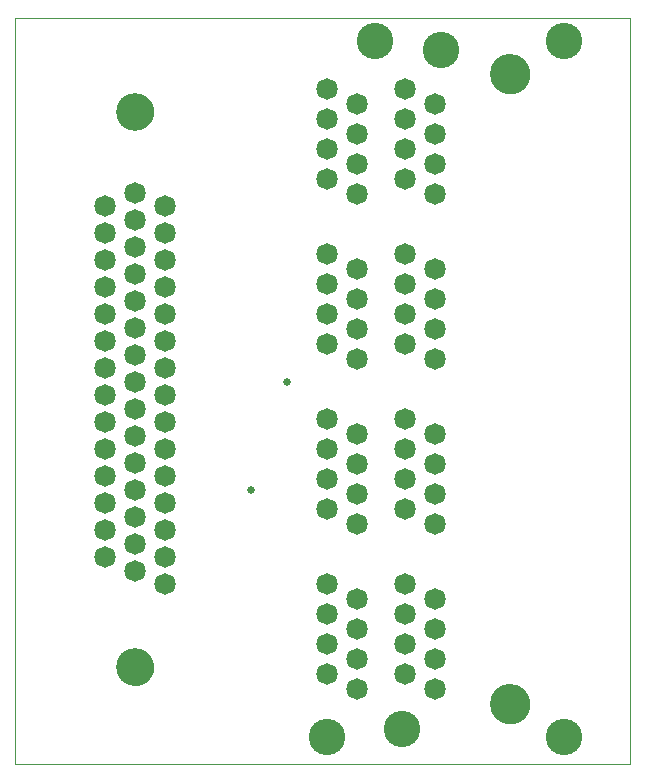
<source format=gbs>
G75*
%MOIN*%
%OFA0B0*%
%FSLAX25Y25*%
%IPPOS*%
%LPD*%
%AMOC8*
5,1,8,0,0,1.08239X$1,22.5*
%
%ADD10C,0.00000*%
%ADD11C,0.13398*%
%ADD12C,0.07178*%
%ADD13C,0.12139*%
%ADD14C,0.12611*%
%ADD15C,0.02581*%
D10*
X0030619Y0001000D02*
X0030619Y0249701D01*
X0235540Y0249701D01*
X0235540Y0001000D01*
X0030619Y0001000D01*
X0064713Y0033402D02*
X0064715Y0033555D01*
X0064721Y0033709D01*
X0064731Y0033862D01*
X0064745Y0034014D01*
X0064763Y0034167D01*
X0064785Y0034318D01*
X0064810Y0034469D01*
X0064840Y0034620D01*
X0064874Y0034770D01*
X0064911Y0034918D01*
X0064952Y0035066D01*
X0064997Y0035212D01*
X0065046Y0035358D01*
X0065099Y0035502D01*
X0065155Y0035644D01*
X0065215Y0035785D01*
X0065279Y0035925D01*
X0065346Y0036063D01*
X0065417Y0036199D01*
X0065492Y0036333D01*
X0065569Y0036465D01*
X0065651Y0036595D01*
X0065735Y0036723D01*
X0065823Y0036849D01*
X0065914Y0036972D01*
X0066008Y0037093D01*
X0066106Y0037211D01*
X0066206Y0037327D01*
X0066310Y0037440D01*
X0066416Y0037551D01*
X0066525Y0037659D01*
X0066637Y0037764D01*
X0066751Y0037865D01*
X0066869Y0037964D01*
X0066988Y0038060D01*
X0067110Y0038153D01*
X0067235Y0038242D01*
X0067362Y0038329D01*
X0067491Y0038411D01*
X0067622Y0038491D01*
X0067755Y0038567D01*
X0067890Y0038640D01*
X0068027Y0038709D01*
X0068166Y0038774D01*
X0068306Y0038836D01*
X0068448Y0038894D01*
X0068591Y0038949D01*
X0068736Y0039000D01*
X0068882Y0039047D01*
X0069029Y0039090D01*
X0069177Y0039129D01*
X0069326Y0039165D01*
X0069476Y0039196D01*
X0069627Y0039224D01*
X0069778Y0039248D01*
X0069931Y0039268D01*
X0070083Y0039284D01*
X0070236Y0039296D01*
X0070389Y0039304D01*
X0070542Y0039308D01*
X0070696Y0039308D01*
X0070849Y0039304D01*
X0071002Y0039296D01*
X0071155Y0039284D01*
X0071307Y0039268D01*
X0071460Y0039248D01*
X0071611Y0039224D01*
X0071762Y0039196D01*
X0071912Y0039165D01*
X0072061Y0039129D01*
X0072209Y0039090D01*
X0072356Y0039047D01*
X0072502Y0039000D01*
X0072647Y0038949D01*
X0072790Y0038894D01*
X0072932Y0038836D01*
X0073072Y0038774D01*
X0073211Y0038709D01*
X0073348Y0038640D01*
X0073483Y0038567D01*
X0073616Y0038491D01*
X0073747Y0038411D01*
X0073876Y0038329D01*
X0074003Y0038242D01*
X0074128Y0038153D01*
X0074250Y0038060D01*
X0074369Y0037964D01*
X0074487Y0037865D01*
X0074601Y0037764D01*
X0074713Y0037659D01*
X0074822Y0037551D01*
X0074928Y0037440D01*
X0075032Y0037327D01*
X0075132Y0037211D01*
X0075230Y0037093D01*
X0075324Y0036972D01*
X0075415Y0036849D01*
X0075503Y0036723D01*
X0075587Y0036595D01*
X0075669Y0036465D01*
X0075746Y0036333D01*
X0075821Y0036199D01*
X0075892Y0036063D01*
X0075959Y0035925D01*
X0076023Y0035785D01*
X0076083Y0035644D01*
X0076139Y0035502D01*
X0076192Y0035358D01*
X0076241Y0035212D01*
X0076286Y0035066D01*
X0076327Y0034918D01*
X0076364Y0034770D01*
X0076398Y0034620D01*
X0076428Y0034469D01*
X0076453Y0034318D01*
X0076475Y0034167D01*
X0076493Y0034014D01*
X0076507Y0033862D01*
X0076517Y0033709D01*
X0076523Y0033555D01*
X0076525Y0033402D01*
X0076523Y0033249D01*
X0076517Y0033095D01*
X0076507Y0032942D01*
X0076493Y0032790D01*
X0076475Y0032637D01*
X0076453Y0032486D01*
X0076428Y0032335D01*
X0076398Y0032184D01*
X0076364Y0032034D01*
X0076327Y0031886D01*
X0076286Y0031738D01*
X0076241Y0031592D01*
X0076192Y0031446D01*
X0076139Y0031302D01*
X0076083Y0031160D01*
X0076023Y0031019D01*
X0075959Y0030879D01*
X0075892Y0030741D01*
X0075821Y0030605D01*
X0075746Y0030471D01*
X0075669Y0030339D01*
X0075587Y0030209D01*
X0075503Y0030081D01*
X0075415Y0029955D01*
X0075324Y0029832D01*
X0075230Y0029711D01*
X0075132Y0029593D01*
X0075032Y0029477D01*
X0074928Y0029364D01*
X0074822Y0029253D01*
X0074713Y0029145D01*
X0074601Y0029040D01*
X0074487Y0028939D01*
X0074369Y0028840D01*
X0074250Y0028744D01*
X0074128Y0028651D01*
X0074003Y0028562D01*
X0073876Y0028475D01*
X0073747Y0028393D01*
X0073616Y0028313D01*
X0073483Y0028237D01*
X0073348Y0028164D01*
X0073211Y0028095D01*
X0073072Y0028030D01*
X0072932Y0027968D01*
X0072790Y0027910D01*
X0072647Y0027855D01*
X0072502Y0027804D01*
X0072356Y0027757D01*
X0072209Y0027714D01*
X0072061Y0027675D01*
X0071912Y0027639D01*
X0071762Y0027608D01*
X0071611Y0027580D01*
X0071460Y0027556D01*
X0071307Y0027536D01*
X0071155Y0027520D01*
X0071002Y0027508D01*
X0070849Y0027500D01*
X0070696Y0027496D01*
X0070542Y0027496D01*
X0070389Y0027500D01*
X0070236Y0027508D01*
X0070083Y0027520D01*
X0069931Y0027536D01*
X0069778Y0027556D01*
X0069627Y0027580D01*
X0069476Y0027608D01*
X0069326Y0027639D01*
X0069177Y0027675D01*
X0069029Y0027714D01*
X0068882Y0027757D01*
X0068736Y0027804D01*
X0068591Y0027855D01*
X0068448Y0027910D01*
X0068306Y0027968D01*
X0068166Y0028030D01*
X0068027Y0028095D01*
X0067890Y0028164D01*
X0067755Y0028237D01*
X0067622Y0028313D01*
X0067491Y0028393D01*
X0067362Y0028475D01*
X0067235Y0028562D01*
X0067110Y0028651D01*
X0066988Y0028744D01*
X0066869Y0028840D01*
X0066751Y0028939D01*
X0066637Y0029040D01*
X0066525Y0029145D01*
X0066416Y0029253D01*
X0066310Y0029364D01*
X0066206Y0029477D01*
X0066106Y0029593D01*
X0066008Y0029711D01*
X0065914Y0029832D01*
X0065823Y0029955D01*
X0065735Y0030081D01*
X0065651Y0030209D01*
X0065569Y0030339D01*
X0065492Y0030471D01*
X0065417Y0030605D01*
X0065346Y0030741D01*
X0065279Y0030879D01*
X0065215Y0031019D01*
X0065155Y0031160D01*
X0065099Y0031302D01*
X0065046Y0031446D01*
X0064997Y0031592D01*
X0064952Y0031738D01*
X0064911Y0031886D01*
X0064874Y0032034D01*
X0064840Y0032184D01*
X0064810Y0032335D01*
X0064785Y0032486D01*
X0064763Y0032637D01*
X0064745Y0032790D01*
X0064731Y0032942D01*
X0064721Y0033095D01*
X0064715Y0033249D01*
X0064713Y0033402D01*
X0189320Y0021000D02*
X0189322Y0021158D01*
X0189328Y0021316D01*
X0189338Y0021474D01*
X0189352Y0021632D01*
X0189370Y0021789D01*
X0189391Y0021946D01*
X0189417Y0022102D01*
X0189447Y0022258D01*
X0189480Y0022413D01*
X0189518Y0022566D01*
X0189559Y0022719D01*
X0189604Y0022871D01*
X0189653Y0023022D01*
X0189706Y0023171D01*
X0189762Y0023319D01*
X0189822Y0023465D01*
X0189886Y0023610D01*
X0189954Y0023753D01*
X0190025Y0023895D01*
X0190099Y0024035D01*
X0190177Y0024172D01*
X0190259Y0024308D01*
X0190343Y0024442D01*
X0190432Y0024573D01*
X0190523Y0024702D01*
X0190618Y0024829D01*
X0190715Y0024954D01*
X0190816Y0025076D01*
X0190920Y0025195D01*
X0191027Y0025312D01*
X0191137Y0025426D01*
X0191250Y0025537D01*
X0191365Y0025646D01*
X0191483Y0025751D01*
X0191604Y0025853D01*
X0191727Y0025953D01*
X0191853Y0026049D01*
X0191981Y0026142D01*
X0192111Y0026232D01*
X0192244Y0026318D01*
X0192379Y0026402D01*
X0192515Y0026481D01*
X0192654Y0026558D01*
X0192795Y0026630D01*
X0192937Y0026700D01*
X0193081Y0026765D01*
X0193227Y0026827D01*
X0193374Y0026885D01*
X0193523Y0026940D01*
X0193673Y0026991D01*
X0193824Y0027038D01*
X0193976Y0027081D01*
X0194129Y0027120D01*
X0194284Y0027156D01*
X0194439Y0027187D01*
X0194595Y0027215D01*
X0194751Y0027239D01*
X0194908Y0027259D01*
X0195066Y0027275D01*
X0195223Y0027287D01*
X0195382Y0027295D01*
X0195540Y0027299D01*
X0195698Y0027299D01*
X0195856Y0027295D01*
X0196015Y0027287D01*
X0196172Y0027275D01*
X0196330Y0027259D01*
X0196487Y0027239D01*
X0196643Y0027215D01*
X0196799Y0027187D01*
X0196954Y0027156D01*
X0197109Y0027120D01*
X0197262Y0027081D01*
X0197414Y0027038D01*
X0197565Y0026991D01*
X0197715Y0026940D01*
X0197864Y0026885D01*
X0198011Y0026827D01*
X0198157Y0026765D01*
X0198301Y0026700D01*
X0198443Y0026630D01*
X0198584Y0026558D01*
X0198723Y0026481D01*
X0198859Y0026402D01*
X0198994Y0026318D01*
X0199127Y0026232D01*
X0199257Y0026142D01*
X0199385Y0026049D01*
X0199511Y0025953D01*
X0199634Y0025853D01*
X0199755Y0025751D01*
X0199873Y0025646D01*
X0199988Y0025537D01*
X0200101Y0025426D01*
X0200211Y0025312D01*
X0200318Y0025195D01*
X0200422Y0025076D01*
X0200523Y0024954D01*
X0200620Y0024829D01*
X0200715Y0024702D01*
X0200806Y0024573D01*
X0200895Y0024442D01*
X0200979Y0024308D01*
X0201061Y0024172D01*
X0201139Y0024035D01*
X0201213Y0023895D01*
X0201284Y0023753D01*
X0201352Y0023610D01*
X0201416Y0023465D01*
X0201476Y0023319D01*
X0201532Y0023171D01*
X0201585Y0023022D01*
X0201634Y0022871D01*
X0201679Y0022719D01*
X0201720Y0022566D01*
X0201758Y0022413D01*
X0201791Y0022258D01*
X0201821Y0022102D01*
X0201847Y0021946D01*
X0201868Y0021789D01*
X0201886Y0021632D01*
X0201900Y0021474D01*
X0201910Y0021316D01*
X0201916Y0021158D01*
X0201918Y0021000D01*
X0201916Y0020842D01*
X0201910Y0020684D01*
X0201900Y0020526D01*
X0201886Y0020368D01*
X0201868Y0020211D01*
X0201847Y0020054D01*
X0201821Y0019898D01*
X0201791Y0019742D01*
X0201758Y0019587D01*
X0201720Y0019434D01*
X0201679Y0019281D01*
X0201634Y0019129D01*
X0201585Y0018978D01*
X0201532Y0018829D01*
X0201476Y0018681D01*
X0201416Y0018535D01*
X0201352Y0018390D01*
X0201284Y0018247D01*
X0201213Y0018105D01*
X0201139Y0017965D01*
X0201061Y0017828D01*
X0200979Y0017692D01*
X0200895Y0017558D01*
X0200806Y0017427D01*
X0200715Y0017298D01*
X0200620Y0017171D01*
X0200523Y0017046D01*
X0200422Y0016924D01*
X0200318Y0016805D01*
X0200211Y0016688D01*
X0200101Y0016574D01*
X0199988Y0016463D01*
X0199873Y0016354D01*
X0199755Y0016249D01*
X0199634Y0016147D01*
X0199511Y0016047D01*
X0199385Y0015951D01*
X0199257Y0015858D01*
X0199127Y0015768D01*
X0198994Y0015682D01*
X0198859Y0015598D01*
X0198723Y0015519D01*
X0198584Y0015442D01*
X0198443Y0015370D01*
X0198301Y0015300D01*
X0198157Y0015235D01*
X0198011Y0015173D01*
X0197864Y0015115D01*
X0197715Y0015060D01*
X0197565Y0015009D01*
X0197414Y0014962D01*
X0197262Y0014919D01*
X0197109Y0014880D01*
X0196954Y0014844D01*
X0196799Y0014813D01*
X0196643Y0014785D01*
X0196487Y0014761D01*
X0196330Y0014741D01*
X0196172Y0014725D01*
X0196015Y0014713D01*
X0195856Y0014705D01*
X0195698Y0014701D01*
X0195540Y0014701D01*
X0195382Y0014705D01*
X0195223Y0014713D01*
X0195066Y0014725D01*
X0194908Y0014741D01*
X0194751Y0014761D01*
X0194595Y0014785D01*
X0194439Y0014813D01*
X0194284Y0014844D01*
X0194129Y0014880D01*
X0193976Y0014919D01*
X0193824Y0014962D01*
X0193673Y0015009D01*
X0193523Y0015060D01*
X0193374Y0015115D01*
X0193227Y0015173D01*
X0193081Y0015235D01*
X0192937Y0015300D01*
X0192795Y0015370D01*
X0192654Y0015442D01*
X0192515Y0015519D01*
X0192379Y0015598D01*
X0192244Y0015682D01*
X0192111Y0015768D01*
X0191981Y0015858D01*
X0191853Y0015951D01*
X0191727Y0016047D01*
X0191604Y0016147D01*
X0191483Y0016249D01*
X0191365Y0016354D01*
X0191250Y0016463D01*
X0191137Y0016574D01*
X0191027Y0016688D01*
X0190920Y0016805D01*
X0190816Y0016924D01*
X0190715Y0017046D01*
X0190618Y0017171D01*
X0190523Y0017298D01*
X0190432Y0017427D01*
X0190343Y0017558D01*
X0190259Y0017692D01*
X0190177Y0017828D01*
X0190099Y0017965D01*
X0190025Y0018105D01*
X0189954Y0018247D01*
X0189886Y0018390D01*
X0189822Y0018535D01*
X0189762Y0018681D01*
X0189706Y0018829D01*
X0189653Y0018978D01*
X0189604Y0019129D01*
X0189559Y0019281D01*
X0189518Y0019434D01*
X0189480Y0019587D01*
X0189447Y0019742D01*
X0189417Y0019898D01*
X0189391Y0020054D01*
X0189370Y0020211D01*
X0189352Y0020368D01*
X0189338Y0020526D01*
X0189328Y0020684D01*
X0189322Y0020842D01*
X0189320Y0021000D01*
X0064713Y0218598D02*
X0064715Y0218751D01*
X0064721Y0218905D01*
X0064731Y0219058D01*
X0064745Y0219210D01*
X0064763Y0219363D01*
X0064785Y0219514D01*
X0064810Y0219665D01*
X0064840Y0219816D01*
X0064874Y0219966D01*
X0064911Y0220114D01*
X0064952Y0220262D01*
X0064997Y0220408D01*
X0065046Y0220554D01*
X0065099Y0220698D01*
X0065155Y0220840D01*
X0065215Y0220981D01*
X0065279Y0221121D01*
X0065346Y0221259D01*
X0065417Y0221395D01*
X0065492Y0221529D01*
X0065569Y0221661D01*
X0065651Y0221791D01*
X0065735Y0221919D01*
X0065823Y0222045D01*
X0065914Y0222168D01*
X0066008Y0222289D01*
X0066106Y0222407D01*
X0066206Y0222523D01*
X0066310Y0222636D01*
X0066416Y0222747D01*
X0066525Y0222855D01*
X0066637Y0222960D01*
X0066751Y0223061D01*
X0066869Y0223160D01*
X0066988Y0223256D01*
X0067110Y0223349D01*
X0067235Y0223438D01*
X0067362Y0223525D01*
X0067491Y0223607D01*
X0067622Y0223687D01*
X0067755Y0223763D01*
X0067890Y0223836D01*
X0068027Y0223905D01*
X0068166Y0223970D01*
X0068306Y0224032D01*
X0068448Y0224090D01*
X0068591Y0224145D01*
X0068736Y0224196D01*
X0068882Y0224243D01*
X0069029Y0224286D01*
X0069177Y0224325D01*
X0069326Y0224361D01*
X0069476Y0224392D01*
X0069627Y0224420D01*
X0069778Y0224444D01*
X0069931Y0224464D01*
X0070083Y0224480D01*
X0070236Y0224492D01*
X0070389Y0224500D01*
X0070542Y0224504D01*
X0070696Y0224504D01*
X0070849Y0224500D01*
X0071002Y0224492D01*
X0071155Y0224480D01*
X0071307Y0224464D01*
X0071460Y0224444D01*
X0071611Y0224420D01*
X0071762Y0224392D01*
X0071912Y0224361D01*
X0072061Y0224325D01*
X0072209Y0224286D01*
X0072356Y0224243D01*
X0072502Y0224196D01*
X0072647Y0224145D01*
X0072790Y0224090D01*
X0072932Y0224032D01*
X0073072Y0223970D01*
X0073211Y0223905D01*
X0073348Y0223836D01*
X0073483Y0223763D01*
X0073616Y0223687D01*
X0073747Y0223607D01*
X0073876Y0223525D01*
X0074003Y0223438D01*
X0074128Y0223349D01*
X0074250Y0223256D01*
X0074369Y0223160D01*
X0074487Y0223061D01*
X0074601Y0222960D01*
X0074713Y0222855D01*
X0074822Y0222747D01*
X0074928Y0222636D01*
X0075032Y0222523D01*
X0075132Y0222407D01*
X0075230Y0222289D01*
X0075324Y0222168D01*
X0075415Y0222045D01*
X0075503Y0221919D01*
X0075587Y0221791D01*
X0075669Y0221661D01*
X0075746Y0221529D01*
X0075821Y0221395D01*
X0075892Y0221259D01*
X0075959Y0221121D01*
X0076023Y0220981D01*
X0076083Y0220840D01*
X0076139Y0220698D01*
X0076192Y0220554D01*
X0076241Y0220408D01*
X0076286Y0220262D01*
X0076327Y0220114D01*
X0076364Y0219966D01*
X0076398Y0219816D01*
X0076428Y0219665D01*
X0076453Y0219514D01*
X0076475Y0219363D01*
X0076493Y0219210D01*
X0076507Y0219058D01*
X0076517Y0218905D01*
X0076523Y0218751D01*
X0076525Y0218598D01*
X0076523Y0218445D01*
X0076517Y0218291D01*
X0076507Y0218138D01*
X0076493Y0217986D01*
X0076475Y0217833D01*
X0076453Y0217682D01*
X0076428Y0217531D01*
X0076398Y0217380D01*
X0076364Y0217230D01*
X0076327Y0217082D01*
X0076286Y0216934D01*
X0076241Y0216788D01*
X0076192Y0216642D01*
X0076139Y0216498D01*
X0076083Y0216356D01*
X0076023Y0216215D01*
X0075959Y0216075D01*
X0075892Y0215937D01*
X0075821Y0215801D01*
X0075746Y0215667D01*
X0075669Y0215535D01*
X0075587Y0215405D01*
X0075503Y0215277D01*
X0075415Y0215151D01*
X0075324Y0215028D01*
X0075230Y0214907D01*
X0075132Y0214789D01*
X0075032Y0214673D01*
X0074928Y0214560D01*
X0074822Y0214449D01*
X0074713Y0214341D01*
X0074601Y0214236D01*
X0074487Y0214135D01*
X0074369Y0214036D01*
X0074250Y0213940D01*
X0074128Y0213847D01*
X0074003Y0213758D01*
X0073876Y0213671D01*
X0073747Y0213589D01*
X0073616Y0213509D01*
X0073483Y0213433D01*
X0073348Y0213360D01*
X0073211Y0213291D01*
X0073072Y0213226D01*
X0072932Y0213164D01*
X0072790Y0213106D01*
X0072647Y0213051D01*
X0072502Y0213000D01*
X0072356Y0212953D01*
X0072209Y0212910D01*
X0072061Y0212871D01*
X0071912Y0212835D01*
X0071762Y0212804D01*
X0071611Y0212776D01*
X0071460Y0212752D01*
X0071307Y0212732D01*
X0071155Y0212716D01*
X0071002Y0212704D01*
X0070849Y0212696D01*
X0070696Y0212692D01*
X0070542Y0212692D01*
X0070389Y0212696D01*
X0070236Y0212704D01*
X0070083Y0212716D01*
X0069931Y0212732D01*
X0069778Y0212752D01*
X0069627Y0212776D01*
X0069476Y0212804D01*
X0069326Y0212835D01*
X0069177Y0212871D01*
X0069029Y0212910D01*
X0068882Y0212953D01*
X0068736Y0213000D01*
X0068591Y0213051D01*
X0068448Y0213106D01*
X0068306Y0213164D01*
X0068166Y0213226D01*
X0068027Y0213291D01*
X0067890Y0213360D01*
X0067755Y0213433D01*
X0067622Y0213509D01*
X0067491Y0213589D01*
X0067362Y0213671D01*
X0067235Y0213758D01*
X0067110Y0213847D01*
X0066988Y0213940D01*
X0066869Y0214036D01*
X0066751Y0214135D01*
X0066637Y0214236D01*
X0066525Y0214341D01*
X0066416Y0214449D01*
X0066310Y0214560D01*
X0066206Y0214673D01*
X0066106Y0214789D01*
X0066008Y0214907D01*
X0065914Y0215028D01*
X0065823Y0215151D01*
X0065735Y0215277D01*
X0065651Y0215405D01*
X0065569Y0215535D01*
X0065492Y0215667D01*
X0065417Y0215801D01*
X0065346Y0215937D01*
X0065279Y0216075D01*
X0065215Y0216215D01*
X0065155Y0216356D01*
X0065099Y0216498D01*
X0065046Y0216642D01*
X0064997Y0216788D01*
X0064952Y0216934D01*
X0064911Y0217082D01*
X0064874Y0217230D01*
X0064840Y0217380D01*
X0064810Y0217531D01*
X0064785Y0217682D01*
X0064763Y0217833D01*
X0064745Y0217986D01*
X0064731Y0218138D01*
X0064721Y0218291D01*
X0064715Y0218445D01*
X0064713Y0218598D01*
X0189320Y0231000D02*
X0189322Y0231158D01*
X0189328Y0231316D01*
X0189338Y0231474D01*
X0189352Y0231632D01*
X0189370Y0231789D01*
X0189391Y0231946D01*
X0189417Y0232102D01*
X0189447Y0232258D01*
X0189480Y0232413D01*
X0189518Y0232566D01*
X0189559Y0232719D01*
X0189604Y0232871D01*
X0189653Y0233022D01*
X0189706Y0233171D01*
X0189762Y0233319D01*
X0189822Y0233465D01*
X0189886Y0233610D01*
X0189954Y0233753D01*
X0190025Y0233895D01*
X0190099Y0234035D01*
X0190177Y0234172D01*
X0190259Y0234308D01*
X0190343Y0234442D01*
X0190432Y0234573D01*
X0190523Y0234702D01*
X0190618Y0234829D01*
X0190715Y0234954D01*
X0190816Y0235076D01*
X0190920Y0235195D01*
X0191027Y0235312D01*
X0191137Y0235426D01*
X0191250Y0235537D01*
X0191365Y0235646D01*
X0191483Y0235751D01*
X0191604Y0235853D01*
X0191727Y0235953D01*
X0191853Y0236049D01*
X0191981Y0236142D01*
X0192111Y0236232D01*
X0192244Y0236318D01*
X0192379Y0236402D01*
X0192515Y0236481D01*
X0192654Y0236558D01*
X0192795Y0236630D01*
X0192937Y0236700D01*
X0193081Y0236765D01*
X0193227Y0236827D01*
X0193374Y0236885D01*
X0193523Y0236940D01*
X0193673Y0236991D01*
X0193824Y0237038D01*
X0193976Y0237081D01*
X0194129Y0237120D01*
X0194284Y0237156D01*
X0194439Y0237187D01*
X0194595Y0237215D01*
X0194751Y0237239D01*
X0194908Y0237259D01*
X0195066Y0237275D01*
X0195223Y0237287D01*
X0195382Y0237295D01*
X0195540Y0237299D01*
X0195698Y0237299D01*
X0195856Y0237295D01*
X0196015Y0237287D01*
X0196172Y0237275D01*
X0196330Y0237259D01*
X0196487Y0237239D01*
X0196643Y0237215D01*
X0196799Y0237187D01*
X0196954Y0237156D01*
X0197109Y0237120D01*
X0197262Y0237081D01*
X0197414Y0237038D01*
X0197565Y0236991D01*
X0197715Y0236940D01*
X0197864Y0236885D01*
X0198011Y0236827D01*
X0198157Y0236765D01*
X0198301Y0236700D01*
X0198443Y0236630D01*
X0198584Y0236558D01*
X0198723Y0236481D01*
X0198859Y0236402D01*
X0198994Y0236318D01*
X0199127Y0236232D01*
X0199257Y0236142D01*
X0199385Y0236049D01*
X0199511Y0235953D01*
X0199634Y0235853D01*
X0199755Y0235751D01*
X0199873Y0235646D01*
X0199988Y0235537D01*
X0200101Y0235426D01*
X0200211Y0235312D01*
X0200318Y0235195D01*
X0200422Y0235076D01*
X0200523Y0234954D01*
X0200620Y0234829D01*
X0200715Y0234702D01*
X0200806Y0234573D01*
X0200895Y0234442D01*
X0200979Y0234308D01*
X0201061Y0234172D01*
X0201139Y0234035D01*
X0201213Y0233895D01*
X0201284Y0233753D01*
X0201352Y0233610D01*
X0201416Y0233465D01*
X0201476Y0233319D01*
X0201532Y0233171D01*
X0201585Y0233022D01*
X0201634Y0232871D01*
X0201679Y0232719D01*
X0201720Y0232566D01*
X0201758Y0232413D01*
X0201791Y0232258D01*
X0201821Y0232102D01*
X0201847Y0231946D01*
X0201868Y0231789D01*
X0201886Y0231632D01*
X0201900Y0231474D01*
X0201910Y0231316D01*
X0201916Y0231158D01*
X0201918Y0231000D01*
X0201916Y0230842D01*
X0201910Y0230684D01*
X0201900Y0230526D01*
X0201886Y0230368D01*
X0201868Y0230211D01*
X0201847Y0230054D01*
X0201821Y0229898D01*
X0201791Y0229742D01*
X0201758Y0229587D01*
X0201720Y0229434D01*
X0201679Y0229281D01*
X0201634Y0229129D01*
X0201585Y0228978D01*
X0201532Y0228829D01*
X0201476Y0228681D01*
X0201416Y0228535D01*
X0201352Y0228390D01*
X0201284Y0228247D01*
X0201213Y0228105D01*
X0201139Y0227965D01*
X0201061Y0227828D01*
X0200979Y0227692D01*
X0200895Y0227558D01*
X0200806Y0227427D01*
X0200715Y0227298D01*
X0200620Y0227171D01*
X0200523Y0227046D01*
X0200422Y0226924D01*
X0200318Y0226805D01*
X0200211Y0226688D01*
X0200101Y0226574D01*
X0199988Y0226463D01*
X0199873Y0226354D01*
X0199755Y0226249D01*
X0199634Y0226147D01*
X0199511Y0226047D01*
X0199385Y0225951D01*
X0199257Y0225858D01*
X0199127Y0225768D01*
X0198994Y0225682D01*
X0198859Y0225598D01*
X0198723Y0225519D01*
X0198584Y0225442D01*
X0198443Y0225370D01*
X0198301Y0225300D01*
X0198157Y0225235D01*
X0198011Y0225173D01*
X0197864Y0225115D01*
X0197715Y0225060D01*
X0197565Y0225009D01*
X0197414Y0224962D01*
X0197262Y0224919D01*
X0197109Y0224880D01*
X0196954Y0224844D01*
X0196799Y0224813D01*
X0196643Y0224785D01*
X0196487Y0224761D01*
X0196330Y0224741D01*
X0196172Y0224725D01*
X0196015Y0224713D01*
X0195856Y0224705D01*
X0195698Y0224701D01*
X0195540Y0224701D01*
X0195382Y0224705D01*
X0195223Y0224713D01*
X0195066Y0224725D01*
X0194908Y0224741D01*
X0194751Y0224761D01*
X0194595Y0224785D01*
X0194439Y0224813D01*
X0194284Y0224844D01*
X0194129Y0224880D01*
X0193976Y0224919D01*
X0193824Y0224962D01*
X0193673Y0225009D01*
X0193523Y0225060D01*
X0193374Y0225115D01*
X0193227Y0225173D01*
X0193081Y0225235D01*
X0192937Y0225300D01*
X0192795Y0225370D01*
X0192654Y0225442D01*
X0192515Y0225519D01*
X0192379Y0225598D01*
X0192244Y0225682D01*
X0192111Y0225768D01*
X0191981Y0225858D01*
X0191853Y0225951D01*
X0191727Y0226047D01*
X0191604Y0226147D01*
X0191483Y0226249D01*
X0191365Y0226354D01*
X0191250Y0226463D01*
X0191137Y0226574D01*
X0191027Y0226688D01*
X0190920Y0226805D01*
X0190816Y0226924D01*
X0190715Y0227046D01*
X0190618Y0227171D01*
X0190523Y0227298D01*
X0190432Y0227427D01*
X0190343Y0227558D01*
X0190259Y0227692D01*
X0190177Y0227828D01*
X0190099Y0227965D01*
X0190025Y0228105D01*
X0189954Y0228247D01*
X0189886Y0228390D01*
X0189822Y0228535D01*
X0189762Y0228681D01*
X0189706Y0228829D01*
X0189653Y0228978D01*
X0189604Y0229129D01*
X0189559Y0229281D01*
X0189518Y0229434D01*
X0189480Y0229587D01*
X0189447Y0229742D01*
X0189417Y0229898D01*
X0189391Y0230054D01*
X0189370Y0230211D01*
X0189352Y0230368D01*
X0189338Y0230526D01*
X0189328Y0230684D01*
X0189322Y0230842D01*
X0189320Y0231000D01*
D11*
X0195619Y0231000D03*
X0195619Y0021000D03*
D12*
X0170619Y0026000D03*
X0170619Y0036000D03*
X0170619Y0046000D03*
X0170619Y0056000D03*
X0160619Y0051000D03*
X0160619Y0041000D03*
X0160619Y0031000D03*
X0144635Y0026000D03*
X0144635Y0036000D03*
X0144635Y0046000D03*
X0144635Y0056000D03*
X0134635Y0051000D03*
X0134635Y0041000D03*
X0134635Y0031000D03*
X0134635Y0061000D03*
X0144635Y0081000D03*
X0144635Y0091000D03*
X0144635Y0101000D03*
X0144635Y0111000D03*
X0134635Y0106000D03*
X0134635Y0096000D03*
X0134635Y0086000D03*
X0160619Y0086000D03*
X0160619Y0096000D03*
X0160619Y0106000D03*
X0160619Y0116000D03*
X0170619Y0111000D03*
X0170619Y0101000D03*
X0170619Y0091000D03*
X0170619Y0081000D03*
X0160619Y0061000D03*
X0134635Y0116000D03*
X0144635Y0136000D03*
X0144635Y0146000D03*
X0144635Y0156000D03*
X0144635Y0166000D03*
X0134635Y0161000D03*
X0134635Y0151000D03*
X0134635Y0141000D03*
X0160619Y0141000D03*
X0160619Y0151000D03*
X0160619Y0161000D03*
X0160619Y0171000D03*
X0170619Y0166000D03*
X0170619Y0156000D03*
X0170619Y0146000D03*
X0170619Y0136000D03*
X0134635Y0171000D03*
X0144635Y0191000D03*
X0144635Y0201000D03*
X0144635Y0211000D03*
X0144635Y0221000D03*
X0134635Y0216000D03*
X0134635Y0206000D03*
X0134635Y0196000D03*
X0160619Y0196000D03*
X0160619Y0206000D03*
X0160619Y0216000D03*
X0160619Y0226000D03*
X0170619Y0221000D03*
X0170619Y0211000D03*
X0170619Y0201000D03*
X0170619Y0191000D03*
X0134635Y0226000D03*
X0080619Y0187012D03*
X0080619Y0178012D03*
X0080619Y0169012D03*
X0080619Y0160012D03*
X0080619Y0151012D03*
X0080619Y0142012D03*
X0080619Y0133012D03*
X0080619Y0124012D03*
X0080619Y0115012D03*
X0080619Y0106012D03*
X0080619Y0097012D03*
X0080619Y0088012D03*
X0080619Y0079012D03*
X0080619Y0070012D03*
X0080619Y0061012D03*
X0070619Y0065512D03*
X0070619Y0074512D03*
X0070619Y0083512D03*
X0070619Y0092512D03*
X0070619Y0101512D03*
X0070619Y0110512D03*
X0070619Y0119512D03*
X0070619Y0128512D03*
X0070619Y0137512D03*
X0070619Y0146512D03*
X0070619Y0155512D03*
X0070619Y0164512D03*
X0070619Y0173512D03*
X0070619Y0182512D03*
X0070619Y0191512D03*
X0060619Y0187012D03*
X0060619Y0178012D03*
X0060619Y0169012D03*
X0060619Y0160012D03*
X0060619Y0151012D03*
X0060619Y0142012D03*
X0060619Y0133012D03*
X0060619Y0124012D03*
X0060619Y0115012D03*
X0060619Y0106012D03*
X0060619Y0097012D03*
X0060619Y0088012D03*
X0060619Y0079012D03*
X0060619Y0070012D03*
D13*
X0134595Y0009976D03*
X0159595Y0012929D03*
X0213611Y0009976D03*
X0172587Y0239071D03*
X0150619Y0242024D03*
X0213611Y0242024D03*
D14*
X0070619Y0218598D03*
X0070619Y0033402D03*
D15*
X0109119Y0092500D03*
X0121119Y0128500D03*
M02*

</source>
